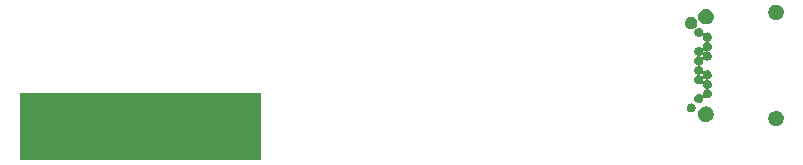
<source format=gbs>
G04 #@! TF.FileFunction,Soldermask,Bot*
%FSLAX46Y46*%
G04 Gerber Fmt 4.6, Leading zero omitted, Abs format (unit mm)*
G04 Created by KiCad (PCBNEW 4.0.7) date Thursday, January 18, 2018 'PMt' 01:39:02 PM*
%MOMM*%
%LPD*%
G01*
G04 APERTURE LIST*
%ADD10C,0.100000*%
G04 APERTURE END LIST*
D10*
G36*
X20451000Y-51000D02*
X49000Y-51000D01*
X49000Y5651000D01*
X20451000Y5651000D01*
X20451000Y-51000D01*
X20451000Y-51000D01*
G37*
G36*
X64158627Y4162966D02*
X64284152Y4137200D01*
X64402278Y4087545D01*
X64508512Y4015889D01*
X64598799Y3924969D01*
X64669711Y3818238D01*
X64718540Y3699769D01*
X64743377Y3574333D01*
X64743377Y3574327D01*
X64743428Y3574069D01*
X64741385Y3427711D01*
X64741326Y3427452D01*
X64741326Y3427446D01*
X64712998Y3302759D01*
X64660878Y3185695D01*
X64587015Y3080988D01*
X64494223Y2992623D01*
X64386028Y2923960D01*
X64266561Y2877622D01*
X64140374Y2855372D01*
X64012258Y2858056D01*
X63887110Y2885572D01*
X63769688Y2936872D01*
X63664470Y3010000D01*
X63575457Y3102176D01*
X63506040Y3209889D01*
X63458870Y3329028D01*
X63435739Y3455059D01*
X63437528Y3583184D01*
X63464170Y3708525D01*
X63514651Y3826303D01*
X63587044Y3932032D01*
X63678596Y4021686D01*
X63785813Y4091847D01*
X63904627Y4139851D01*
X64030494Y4163862D01*
X64158627Y4162966D01*
X64158627Y4162966D01*
G37*
G36*
X58208627Y4522966D02*
X58334152Y4497200D01*
X58452278Y4447545D01*
X58558512Y4375889D01*
X58648799Y4284969D01*
X58719711Y4178238D01*
X58768540Y4059769D01*
X58793377Y3934333D01*
X58793377Y3934327D01*
X58793428Y3934069D01*
X58791385Y3787711D01*
X58791326Y3787452D01*
X58791326Y3787446D01*
X58762998Y3662759D01*
X58710878Y3545695D01*
X58637015Y3440988D01*
X58544223Y3352623D01*
X58436028Y3283960D01*
X58316561Y3237622D01*
X58190374Y3215372D01*
X58062258Y3218056D01*
X57937110Y3245572D01*
X57819688Y3296872D01*
X57714470Y3370000D01*
X57625457Y3462176D01*
X57556040Y3569889D01*
X57508870Y3689028D01*
X57485739Y3815059D01*
X57487528Y3943184D01*
X57514170Y4068525D01*
X57564651Y4186303D01*
X57637044Y4292032D01*
X57728596Y4381686D01*
X57835813Y4451847D01*
X57954627Y4499851D01*
X58080494Y4523862D01*
X58208627Y4522966D01*
X58208627Y4522966D01*
G37*
G36*
X56929492Y4775751D02*
X57001725Y4760924D01*
X57069701Y4732350D01*
X57130835Y4691114D01*
X57182789Y4638796D01*
X57223596Y4577377D01*
X57251695Y4509204D01*
X57265965Y4437133D01*
X57265965Y4437127D01*
X57266016Y4436869D01*
X57264840Y4352647D01*
X57264782Y4352392D01*
X57264782Y4352382D01*
X57248506Y4280738D01*
X57218516Y4213381D01*
X57176009Y4153123D01*
X57122611Y4102273D01*
X57060349Y4062761D01*
X56991604Y4036097D01*
X56918989Y4023293D01*
X56845262Y4024837D01*
X56773248Y4040670D01*
X56705673Y4070193D01*
X56645128Y4112273D01*
X56593905Y4165316D01*
X56553958Y4227301D01*
X56526816Y4295854D01*
X56513504Y4368389D01*
X56514533Y4442113D01*
X56529864Y4514241D01*
X56558914Y4582018D01*
X56600573Y4642860D01*
X56653257Y4694452D01*
X56714953Y4734825D01*
X56783327Y4762450D01*
X56855757Y4776267D01*
X56929492Y4775751D01*
X56929492Y4775751D01*
G37*
G36*
X57590688Y11187144D02*
X57665112Y11171867D01*
X57735151Y11142425D01*
X57798134Y11099943D01*
X57851668Y11046033D01*
X57893710Y10982755D01*
X57922661Y10912514D01*
X57937366Y10838251D01*
X57937366Y10838239D01*
X57937416Y10837986D01*
X57936204Y10751211D01*
X57936147Y10750961D01*
X57936147Y10750946D01*
X57931217Y10729249D01*
X57930327Y10718452D01*
X57932480Y10707834D01*
X57937506Y10698237D01*
X57945007Y10690420D01*
X57954388Y10685002D01*
X57964908Y10682412D01*
X57975732Y10682856D01*
X57986005Y10686297D01*
X57995697Y10693212D01*
X58006079Y10703379D01*
X58069646Y10744977D01*
X58140093Y10773439D01*
X58214719Y10787675D01*
X58290688Y10787144D01*
X58365112Y10771867D01*
X58435151Y10742425D01*
X58498134Y10699943D01*
X58551668Y10646033D01*
X58593710Y10582755D01*
X58622661Y10512514D01*
X58637366Y10438251D01*
X58637366Y10438239D01*
X58637416Y10437986D01*
X58636204Y10351211D01*
X58636147Y10350961D01*
X58636147Y10350945D01*
X58619376Y10277129D01*
X58588473Y10207719D01*
X58544680Y10145638D01*
X58489663Y10093246D01*
X58425514Y10052536D01*
X58383132Y10036097D01*
X58373683Y10030797D01*
X58366085Y10023075D01*
X58360939Y10013542D01*
X58358653Y10002952D01*
X58359408Y9992145D01*
X58363143Y9981975D01*
X58369564Y9973249D01*
X58382136Y9964711D01*
X58435150Y9942426D01*
X58498134Y9899943D01*
X58551668Y9846033D01*
X58593710Y9782755D01*
X58622661Y9712514D01*
X58637366Y9638251D01*
X58637366Y9638239D01*
X58637416Y9637986D01*
X58636204Y9551211D01*
X58636147Y9550961D01*
X58636147Y9550945D01*
X58619376Y9477129D01*
X58588473Y9407719D01*
X58544680Y9345638D01*
X58489663Y9293246D01*
X58425514Y9252536D01*
X58383132Y9236097D01*
X58373683Y9230797D01*
X58366085Y9223075D01*
X58360939Y9213542D01*
X58358653Y9202952D01*
X58359408Y9192145D01*
X58363143Y9181975D01*
X58369564Y9173249D01*
X58382136Y9164711D01*
X58435150Y9142426D01*
X58498134Y9099943D01*
X58551668Y9046033D01*
X58593710Y8982755D01*
X58622661Y8912514D01*
X58637366Y8838251D01*
X58637366Y8838239D01*
X58637416Y8837986D01*
X58636204Y8751211D01*
X58636147Y8750961D01*
X58636147Y8750945D01*
X58619376Y8677129D01*
X58588473Y8607719D01*
X58544680Y8545638D01*
X58489663Y8493246D01*
X58425513Y8452535D01*
X58354687Y8425064D01*
X58279867Y8411871D01*
X58203908Y8413462D01*
X58129705Y8429777D01*
X58060089Y8460191D01*
X57997702Y8503551D01*
X57996408Y8504891D01*
X57987861Y8511547D01*
X57977797Y8515559D01*
X57967015Y8516608D01*
X57956367Y8514612D01*
X57946696Y8509729D01*
X57938769Y8502344D01*
X57933213Y8493044D01*
X57930468Y8482564D01*
X57930947Y8470667D01*
X57937366Y8438250D01*
X57937366Y8438239D01*
X57937416Y8437986D01*
X57936204Y8351211D01*
X57936147Y8350961D01*
X57936147Y8350945D01*
X57919376Y8277129D01*
X57888473Y8207719D01*
X57844680Y8145638D01*
X57789663Y8093246D01*
X57725514Y8052536D01*
X57683132Y8036097D01*
X57673683Y8030797D01*
X57666085Y8023075D01*
X57660939Y8013542D01*
X57658653Y8002952D01*
X57659408Y7992145D01*
X57663143Y7981975D01*
X57669564Y7973249D01*
X57682136Y7964711D01*
X57735150Y7942426D01*
X57798134Y7899943D01*
X57851668Y7846033D01*
X57893710Y7782755D01*
X57922661Y7712514D01*
X57937366Y7638251D01*
X57937366Y7638239D01*
X57937416Y7637986D01*
X57936204Y7551211D01*
X57936147Y7550961D01*
X57936147Y7550946D01*
X57931217Y7529249D01*
X57930327Y7518452D01*
X57932480Y7507834D01*
X57937506Y7498237D01*
X57945007Y7490420D01*
X57954388Y7485002D01*
X57964908Y7482412D01*
X57975732Y7482856D01*
X57986005Y7486297D01*
X57995697Y7493212D01*
X58006079Y7503379D01*
X58069646Y7544977D01*
X58140093Y7573439D01*
X58214719Y7587675D01*
X58290688Y7587144D01*
X58365112Y7571867D01*
X58435151Y7542425D01*
X58498134Y7499943D01*
X58551668Y7446033D01*
X58593710Y7382755D01*
X58622661Y7312514D01*
X58637366Y7238251D01*
X58637366Y7238239D01*
X58637416Y7237986D01*
X58636204Y7151211D01*
X58636147Y7150961D01*
X58636147Y7150945D01*
X58619376Y7077129D01*
X58588473Y7007719D01*
X58544680Y6945638D01*
X58489663Y6893246D01*
X58425514Y6852536D01*
X58383132Y6836097D01*
X58373683Y6830797D01*
X58366085Y6823075D01*
X58360939Y6813542D01*
X58358653Y6802952D01*
X58359408Y6792145D01*
X58363143Y6781975D01*
X58369564Y6773249D01*
X58382136Y6764711D01*
X58435150Y6742426D01*
X58498134Y6699943D01*
X58551668Y6646033D01*
X58593710Y6582755D01*
X58622661Y6512514D01*
X58637366Y6438251D01*
X58637366Y6438239D01*
X58637416Y6437986D01*
X58636204Y6351211D01*
X58636147Y6350961D01*
X58636147Y6350945D01*
X58619376Y6277129D01*
X58588473Y6207719D01*
X58544680Y6145638D01*
X58489663Y6093246D01*
X58425514Y6052536D01*
X58383132Y6036097D01*
X58373683Y6030797D01*
X58366085Y6023075D01*
X58360939Y6013542D01*
X58358653Y6002952D01*
X58359408Y5992145D01*
X58363143Y5981975D01*
X58369564Y5973249D01*
X58382136Y5964711D01*
X58435150Y5942426D01*
X58498134Y5899943D01*
X58551668Y5846033D01*
X58593710Y5782755D01*
X58622661Y5712514D01*
X58637366Y5638251D01*
X58637366Y5638239D01*
X58637416Y5637986D01*
X58636204Y5551211D01*
X58636147Y5550961D01*
X58636147Y5550945D01*
X58619376Y5477129D01*
X58588473Y5407719D01*
X58544680Y5345638D01*
X58489663Y5293246D01*
X58425513Y5252535D01*
X58354687Y5225064D01*
X58279867Y5211871D01*
X58203908Y5213462D01*
X58129705Y5229777D01*
X58060089Y5260191D01*
X57997702Y5303551D01*
X57996408Y5304891D01*
X57987861Y5311547D01*
X57977797Y5315559D01*
X57967015Y5316608D01*
X57956367Y5314612D01*
X57946696Y5309729D01*
X57938769Y5302344D01*
X57933213Y5293044D01*
X57930468Y5282564D01*
X57930947Y5270667D01*
X57937366Y5238250D01*
X57937366Y5238239D01*
X57937416Y5237986D01*
X57936204Y5151211D01*
X57936147Y5150961D01*
X57936147Y5150945D01*
X57919376Y5077129D01*
X57888473Y5007719D01*
X57844680Y4945638D01*
X57789663Y4893246D01*
X57725513Y4852535D01*
X57654687Y4825064D01*
X57579867Y4811871D01*
X57503908Y4813462D01*
X57429705Y4829777D01*
X57360089Y4860191D01*
X57297702Y4903551D01*
X57244928Y4958201D01*
X57203769Y5022065D01*
X57175804Y5092697D01*
X57162089Y5167430D01*
X57163149Y5243389D01*
X57178946Y5317706D01*
X57208876Y5387537D01*
X57251798Y5450223D01*
X57306079Y5503379D01*
X57369646Y5544977D01*
X57440093Y5573439D01*
X57514719Y5587675D01*
X57590688Y5587144D01*
X57665112Y5571867D01*
X57735151Y5542425D01*
X57798134Y5499943D01*
X57804144Y5493891D01*
X57812783Y5487354D01*
X57822902Y5483483D01*
X57833698Y5482584D01*
X57844317Y5484728D01*
X57853919Y5489746D01*
X57861742Y5497240D01*
X57867168Y5506617D01*
X57869767Y5517135D01*
X57869331Y5527969D01*
X57862089Y5567430D01*
X57863149Y5643389D01*
X57878946Y5717706D01*
X57908876Y5787537D01*
X57951798Y5850223D01*
X58006079Y5903379D01*
X58069646Y5944977D01*
X58116773Y5964017D01*
X58126147Y5969448D01*
X58133637Y5977276D01*
X58138649Y5986880D01*
X58140787Y5997501D01*
X58139882Y6008297D01*
X58136005Y6018413D01*
X58129463Y6027048D01*
X58117764Y6034994D01*
X58060089Y6060191D01*
X57997702Y6103551D01*
X57944928Y6158201D01*
X57903769Y6222065D01*
X57875804Y6292697D01*
X57862089Y6367430D01*
X57863149Y6443390D01*
X57869227Y6471984D01*
X57869966Y6482792D01*
X57867664Y6493378D01*
X57862505Y6502904D01*
X57854896Y6510616D01*
X57845439Y6515902D01*
X57834885Y6518345D01*
X57824067Y6517750D01*
X57813844Y6514166D01*
X57805018Y6507869D01*
X57789663Y6493246D01*
X57725513Y6452535D01*
X57654687Y6425064D01*
X57579867Y6411871D01*
X57503908Y6413462D01*
X57429705Y6429777D01*
X57360089Y6460191D01*
X57297702Y6503551D01*
X57244928Y6558201D01*
X57203769Y6622065D01*
X57175804Y6692697D01*
X57171078Y6718452D01*
X57930327Y6718452D01*
X57932480Y6707834D01*
X57937506Y6698237D01*
X57945007Y6690420D01*
X57954388Y6685002D01*
X57964908Y6682412D01*
X57975732Y6682856D01*
X57986005Y6686297D01*
X57995697Y6693212D01*
X58006079Y6703379D01*
X58069646Y6744977D01*
X58116773Y6764017D01*
X58126147Y6769448D01*
X58133637Y6777276D01*
X58138649Y6786880D01*
X58140787Y6797501D01*
X58139882Y6808297D01*
X58136005Y6818413D01*
X58129463Y6827048D01*
X58117764Y6834994D01*
X58060089Y6860191D01*
X57997702Y6903551D01*
X57996408Y6904891D01*
X57987861Y6911547D01*
X57977797Y6915559D01*
X57967015Y6916608D01*
X57956367Y6914612D01*
X57946696Y6909729D01*
X57938769Y6902344D01*
X57933213Y6893044D01*
X57930468Y6882564D01*
X57930947Y6870667D01*
X57937366Y6838250D01*
X57937366Y6838239D01*
X57937416Y6837986D01*
X57936204Y6751211D01*
X57936147Y6750961D01*
X57936147Y6750946D01*
X57931217Y6729249D01*
X57930327Y6718452D01*
X57171078Y6718452D01*
X57162089Y6767430D01*
X57163149Y6843389D01*
X57178946Y6917706D01*
X57208876Y6987537D01*
X57251798Y7050223D01*
X57306079Y7103379D01*
X57369646Y7144977D01*
X57416773Y7164017D01*
X57426147Y7169448D01*
X57433637Y7177276D01*
X57438649Y7186880D01*
X57440787Y7197501D01*
X57440331Y7202952D01*
X57658653Y7202952D01*
X57659408Y7192145D01*
X57663143Y7181975D01*
X57669564Y7173249D01*
X57682136Y7164711D01*
X57735150Y7142426D01*
X57798134Y7099943D01*
X57804144Y7093891D01*
X57812783Y7087354D01*
X57822902Y7083483D01*
X57833698Y7082584D01*
X57844317Y7084728D01*
X57853919Y7089746D01*
X57861742Y7097240D01*
X57867168Y7106617D01*
X57869767Y7117135D01*
X57869331Y7127969D01*
X57862089Y7167430D01*
X57863149Y7243390D01*
X57869227Y7271984D01*
X57869966Y7282792D01*
X57867664Y7293378D01*
X57862505Y7302904D01*
X57854896Y7310616D01*
X57845439Y7315902D01*
X57834885Y7318345D01*
X57824067Y7317750D01*
X57813844Y7314166D01*
X57805018Y7307869D01*
X57789663Y7293246D01*
X57725514Y7252536D01*
X57683132Y7236097D01*
X57673683Y7230797D01*
X57666085Y7223075D01*
X57660939Y7213542D01*
X57658653Y7202952D01*
X57440331Y7202952D01*
X57439882Y7208297D01*
X57436005Y7218413D01*
X57429463Y7227048D01*
X57417764Y7234994D01*
X57360089Y7260191D01*
X57297702Y7303551D01*
X57244928Y7358201D01*
X57203769Y7422065D01*
X57175804Y7492697D01*
X57162089Y7567430D01*
X57163149Y7643389D01*
X57178946Y7717706D01*
X57208876Y7787537D01*
X57251798Y7850223D01*
X57306079Y7903379D01*
X57369646Y7944977D01*
X57416773Y7964017D01*
X57426147Y7969448D01*
X57433637Y7977276D01*
X57438649Y7986880D01*
X57440787Y7997501D01*
X57439882Y8008297D01*
X57436005Y8018413D01*
X57429463Y8027048D01*
X57417764Y8034994D01*
X57360089Y8060191D01*
X57297702Y8103551D01*
X57244928Y8158201D01*
X57203769Y8222065D01*
X57175804Y8292697D01*
X57162089Y8367430D01*
X57163149Y8443389D01*
X57178946Y8517706D01*
X57208876Y8587537D01*
X57251798Y8650223D01*
X57306079Y8703379D01*
X57369646Y8744977D01*
X57416773Y8764017D01*
X57426147Y8769448D01*
X57433637Y8777276D01*
X57438649Y8786880D01*
X57440787Y8797501D01*
X57440331Y8802952D01*
X57658653Y8802952D01*
X57659408Y8792145D01*
X57663143Y8781975D01*
X57669564Y8773249D01*
X57682136Y8764711D01*
X57735150Y8742426D01*
X57798134Y8699943D01*
X57804144Y8693891D01*
X57812783Y8687354D01*
X57822902Y8683483D01*
X57833698Y8682584D01*
X57844317Y8684728D01*
X57853919Y8689746D01*
X57861742Y8697240D01*
X57867168Y8706617D01*
X57869767Y8717135D01*
X57869331Y8727969D01*
X57862089Y8767430D01*
X57863149Y8843390D01*
X57869227Y8871984D01*
X57869966Y8882792D01*
X57867664Y8893378D01*
X57862505Y8902904D01*
X57854896Y8910616D01*
X57845439Y8915902D01*
X57834885Y8918345D01*
X57824067Y8917750D01*
X57813844Y8914166D01*
X57805018Y8907869D01*
X57789663Y8893246D01*
X57725514Y8852536D01*
X57683132Y8836097D01*
X57673683Y8830797D01*
X57666085Y8823075D01*
X57660939Y8813542D01*
X57658653Y8802952D01*
X57440331Y8802952D01*
X57439882Y8808297D01*
X57436005Y8818413D01*
X57429463Y8827048D01*
X57417764Y8834994D01*
X57360089Y8860191D01*
X57297702Y8903551D01*
X57244928Y8958201D01*
X57203769Y9022065D01*
X57175804Y9092697D01*
X57171078Y9118452D01*
X57930327Y9118452D01*
X57932480Y9107834D01*
X57937506Y9098237D01*
X57945007Y9090420D01*
X57954388Y9085002D01*
X57964908Y9082412D01*
X57975732Y9082856D01*
X57986005Y9086297D01*
X57995697Y9093212D01*
X58006079Y9103379D01*
X58069646Y9144977D01*
X58116773Y9164017D01*
X58126147Y9169448D01*
X58133637Y9177276D01*
X58138649Y9186880D01*
X58140787Y9197501D01*
X58139882Y9208297D01*
X58136005Y9218413D01*
X58129463Y9227048D01*
X58117764Y9234994D01*
X58060089Y9260191D01*
X57997702Y9303551D01*
X57996408Y9304891D01*
X57987861Y9311547D01*
X57977797Y9315559D01*
X57967015Y9316608D01*
X57956367Y9314612D01*
X57946696Y9309729D01*
X57938769Y9302344D01*
X57933213Y9293044D01*
X57930468Y9282564D01*
X57930947Y9270667D01*
X57937366Y9238250D01*
X57937366Y9238239D01*
X57937416Y9237986D01*
X57936204Y9151211D01*
X57936147Y9150961D01*
X57936147Y9150946D01*
X57931217Y9129249D01*
X57930327Y9118452D01*
X57171078Y9118452D01*
X57162089Y9167430D01*
X57163149Y9243389D01*
X57178946Y9317706D01*
X57208876Y9387537D01*
X57251798Y9450223D01*
X57306079Y9503379D01*
X57369646Y9544977D01*
X57440093Y9573439D01*
X57514719Y9587675D01*
X57590688Y9587144D01*
X57665112Y9571867D01*
X57735151Y9542425D01*
X57798134Y9499943D01*
X57804144Y9493891D01*
X57812783Y9487354D01*
X57822902Y9483483D01*
X57833698Y9482584D01*
X57844317Y9484728D01*
X57853919Y9489746D01*
X57861742Y9497240D01*
X57867168Y9506617D01*
X57869767Y9517135D01*
X57869331Y9527969D01*
X57862089Y9567430D01*
X57863149Y9643389D01*
X57878946Y9717706D01*
X57908876Y9787537D01*
X57951798Y9850223D01*
X58006079Y9903379D01*
X58069646Y9944977D01*
X58116773Y9964017D01*
X58126147Y9969448D01*
X58133637Y9977276D01*
X58138649Y9986880D01*
X58140787Y9997501D01*
X58139882Y10008297D01*
X58136005Y10018413D01*
X58129463Y10027048D01*
X58117764Y10034994D01*
X58060089Y10060191D01*
X57997702Y10103551D01*
X57944928Y10158201D01*
X57903769Y10222065D01*
X57875804Y10292697D01*
X57862089Y10367430D01*
X57863149Y10443390D01*
X57869227Y10471984D01*
X57869966Y10482792D01*
X57867664Y10493378D01*
X57862505Y10502904D01*
X57854896Y10510616D01*
X57845439Y10515902D01*
X57834885Y10518345D01*
X57824067Y10517750D01*
X57813844Y10514166D01*
X57805018Y10507869D01*
X57789663Y10493246D01*
X57725513Y10452535D01*
X57654687Y10425064D01*
X57579867Y10411871D01*
X57503908Y10413462D01*
X57429705Y10429777D01*
X57360089Y10460191D01*
X57297702Y10503551D01*
X57244928Y10558201D01*
X57203769Y10622065D01*
X57175804Y10692697D01*
X57162089Y10767430D01*
X57163149Y10843389D01*
X57178946Y10917706D01*
X57208876Y10987537D01*
X57251798Y11050223D01*
X57306079Y11103379D01*
X57369646Y11144977D01*
X57440093Y11173439D01*
X57514719Y11187675D01*
X57590688Y11187144D01*
X57590688Y11187144D01*
G37*
G36*
X56945247Y12125651D02*
X57046296Y12104909D01*
X57141390Y12064935D01*
X57226909Y12007252D01*
X57299594Y11934057D01*
X57356679Y11848137D01*
X57395987Y11752768D01*
X57415971Y11651841D01*
X57415971Y11651835D01*
X57416022Y11651577D01*
X57414377Y11533756D01*
X57414319Y11533501D01*
X57414319Y11533491D01*
X57391525Y11433165D01*
X57349569Y11338931D01*
X57290106Y11254637D01*
X57215406Y11183500D01*
X57128308Y11128226D01*
X57032137Y11090924D01*
X56930552Y11073012D01*
X56827416Y11075172D01*
X56726671Y11097322D01*
X56632140Y11138622D01*
X56547440Y11197490D01*
X56475783Y11271694D01*
X56419900Y11358405D01*
X56381928Y11454314D01*
X56363307Y11555771D01*
X56364747Y11658914D01*
X56386195Y11759817D01*
X56426833Y11854631D01*
X56485111Y11939744D01*
X56558812Y12011918D01*
X56645122Y12068397D01*
X56740773Y12107043D01*
X56842096Y12126372D01*
X56945247Y12125651D01*
X56945247Y12125651D01*
G37*
G36*
X58208627Y12782966D02*
X58334152Y12757200D01*
X58452278Y12707545D01*
X58558512Y12635889D01*
X58648799Y12544969D01*
X58719711Y12438238D01*
X58768540Y12319769D01*
X58793377Y12194333D01*
X58793377Y12194327D01*
X58793428Y12194069D01*
X58791385Y12047711D01*
X58791326Y12047452D01*
X58791326Y12047446D01*
X58762998Y11922759D01*
X58710878Y11805695D01*
X58637015Y11700988D01*
X58544223Y11612623D01*
X58436028Y11543960D01*
X58316561Y11497622D01*
X58190374Y11475372D01*
X58062258Y11478056D01*
X57937110Y11505572D01*
X57819688Y11556872D01*
X57714470Y11630000D01*
X57625457Y11722176D01*
X57556040Y11829889D01*
X57508870Y11949028D01*
X57485739Y12075059D01*
X57487528Y12203184D01*
X57514170Y12328525D01*
X57564651Y12446303D01*
X57637044Y12552032D01*
X57728596Y12641686D01*
X57835813Y12711847D01*
X57954627Y12759851D01*
X58080494Y12783862D01*
X58208627Y12782966D01*
X58208627Y12782966D01*
G37*
G36*
X64158627Y13142966D02*
X64284152Y13117200D01*
X64402278Y13067545D01*
X64508512Y12995889D01*
X64598799Y12904969D01*
X64669711Y12798238D01*
X64718540Y12679769D01*
X64743377Y12554333D01*
X64743377Y12554327D01*
X64743428Y12554069D01*
X64741385Y12407711D01*
X64741326Y12407452D01*
X64741326Y12407446D01*
X64712998Y12282759D01*
X64660878Y12165695D01*
X64587015Y12060988D01*
X64494223Y11972623D01*
X64386028Y11903960D01*
X64266561Y11857622D01*
X64140374Y11835372D01*
X64012258Y11838056D01*
X63887110Y11865572D01*
X63769688Y11916872D01*
X63664470Y11990000D01*
X63575457Y12082176D01*
X63506040Y12189889D01*
X63458870Y12309028D01*
X63435739Y12435059D01*
X63437528Y12563184D01*
X63464170Y12688525D01*
X63514651Y12806303D01*
X63587044Y12912032D01*
X63678596Y13001686D01*
X63785813Y13071847D01*
X63904627Y13119851D01*
X64030494Y13143862D01*
X64158627Y13142966D01*
X64158627Y13142966D01*
G37*
M02*

</source>
